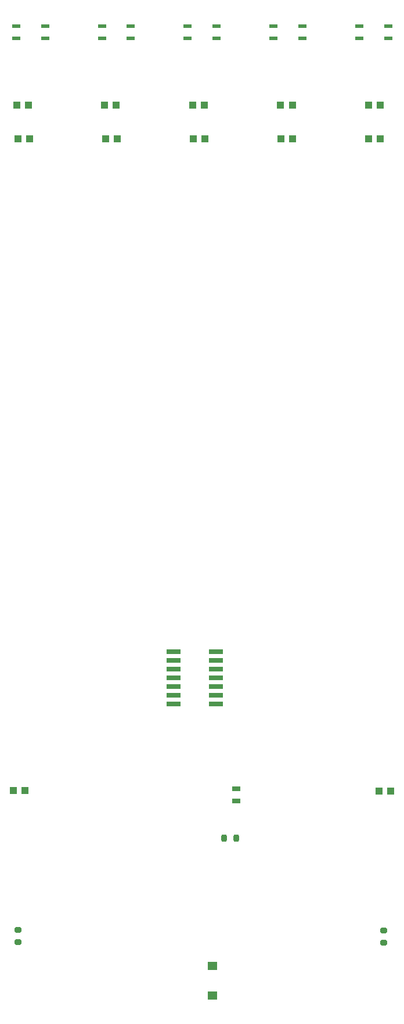
<source format=gbr>
%TF.GenerationSoftware,KiCad,Pcbnew,7.0.7*%
%TF.CreationDate,2024-03-06T07:28:39+08:00*%
%TF.ProjectId,lekirbotv2,6c656b69-7262-46f7-9476-322e6b696361,rev?*%
%TF.SameCoordinates,Original*%
%TF.FileFunction,Paste,Bot*%
%TF.FilePolarity,Positive*%
%FSLAX46Y46*%
G04 Gerber Fmt 4.6, Leading zero omitted, Abs format (unit mm)*
G04 Created by KiCad (PCBNEW 7.0.7) date 2024-03-06 07:28:39*
%MOMM*%
%LPD*%
G01*
G04 APERTURE LIST*
G04 Aperture macros list*
%AMRoundRect*
0 Rectangle with rounded corners*
0 $1 Rounding radius*
0 $2 $3 $4 $5 $6 $7 $8 $9 X,Y pos of 4 corners*
0 Add a 4 corners polygon primitive as box body*
4,1,4,$2,$3,$4,$5,$6,$7,$8,$9,$2,$3,0*
0 Add four circle primitives for the rounded corners*
1,1,$1+$1,$2,$3*
1,1,$1+$1,$4,$5*
1,1,$1+$1,$6,$7*
1,1,$1+$1,$8,$9*
0 Add four rect primitives between the rounded corners*
20,1,$1+$1,$2,$3,$4,$5,0*
20,1,$1+$1,$4,$5,$6,$7,0*
20,1,$1+$1,$6,$7,$8,$9,0*
20,1,$1+$1,$8,$9,$2,$3,0*%
G04 Aperture macros list end*
%ADD10R,1.219200X0.533400*%
%ADD11R,1.470000X1.270000*%
%ADD12R,1.100000X1.000000*%
%ADD13R,1.200000X0.800000*%
%ADD14RoundRect,0.359360X-0.190640X-0.089840X0.190640X-0.089840X0.190640X0.089840X-0.190640X0.089840X0*%
%ADD15RoundRect,0.359360X-0.089840X0.190640X-0.089840X-0.190640X0.089840X-0.190640X0.089840X0.190640X0*%
%ADD16R,2.032000X0.660400*%
G04 APERTURE END LIST*
D10*
%TO.C,U2*%
X69799600Y-40511800D03*
X65583200Y-40511800D03*
X65583200Y-38733800D03*
X69799600Y-38733800D03*
%TD*%
%TO.C,U6*%
X94831300Y-40511800D03*
X90614900Y-40511800D03*
X90614900Y-38733800D03*
X94831300Y-38733800D03*
%TD*%
%TO.C,U8*%
X119863000Y-40511800D03*
X115646600Y-40511800D03*
X115646600Y-38733800D03*
X119863000Y-38733800D03*
%TD*%
D11*
%TO.C,D7*%
X94234400Y-175675051D03*
X94234400Y-179975051D03*
%TD*%
D12*
%TO.C,R17*%
X66890400Y-150130851D03*
X65190400Y-150130851D03*
%TD*%
%TO.C,R12*%
X80198000Y-50239800D03*
X78498000Y-50239800D03*
%TD*%
D13*
%TO.C,C2*%
X97663400Y-149865851D03*
X97663400Y-151665851D03*
%TD*%
D14*
%TO.C,C6*%
X65862200Y-172261951D03*
X65862200Y-170483951D03*
%TD*%
D12*
%TO.C,R16*%
X120205000Y-150190000D03*
X118505000Y-150190000D03*
%TD*%
%TO.C,R13*%
X78641100Y-55091200D03*
X80341100Y-55091200D03*
%TD*%
D15*
%TO.C,C1*%
X95936200Y-157090451D03*
X97714200Y-157090451D03*
%TD*%
D10*
%TO.C,U7*%
X107347200Y-40511800D03*
X103130800Y-40511800D03*
X103130800Y-38733800D03*
X107347200Y-38733800D03*
%TD*%
D12*
%TO.C,R11*%
X91436000Y-55091200D03*
X93136000Y-55091200D03*
%TD*%
D16*
%TO.C,IC3*%
X88570200Y-137490000D03*
X88570200Y-136220000D03*
X88570200Y-134950000D03*
X88570200Y-133680000D03*
X88570200Y-132410000D03*
X88570200Y-131140000D03*
X88570200Y-129870000D03*
X94717000Y-129870000D03*
X94717000Y-131140000D03*
X94717000Y-132410000D03*
X94717000Y-133680000D03*
X94717000Y-134950000D03*
X94717000Y-136220000D03*
X94717000Y-137490000D03*
%TD*%
D12*
%TO.C,R15*%
X65846200Y-55091200D03*
X67546200Y-55091200D03*
%TD*%
%TO.C,R10*%
X93034400Y-50239800D03*
X91334400Y-50239800D03*
%TD*%
D14*
%TO.C,C7*%
X119202200Y-172287351D03*
X119202200Y-170509351D03*
%TD*%
D10*
%TO.C,U5*%
X82315500Y-40511800D03*
X78099100Y-40511800D03*
X78099100Y-38733800D03*
X82315500Y-38733800D03*
%TD*%
D12*
%TO.C,R7*%
X117025800Y-55091200D03*
X118725800Y-55091200D03*
%TD*%
%TO.C,R14*%
X67361600Y-50239800D03*
X65661600Y-50239800D03*
%TD*%
%TO.C,R9*%
X104230900Y-55091200D03*
X105930900Y-55091200D03*
%TD*%
%TO.C,R8*%
X105870800Y-50239800D03*
X104170800Y-50239800D03*
%TD*%
%TO.C,R6*%
X118707200Y-50239800D03*
X117007200Y-50239800D03*
%TD*%
M02*

</source>
